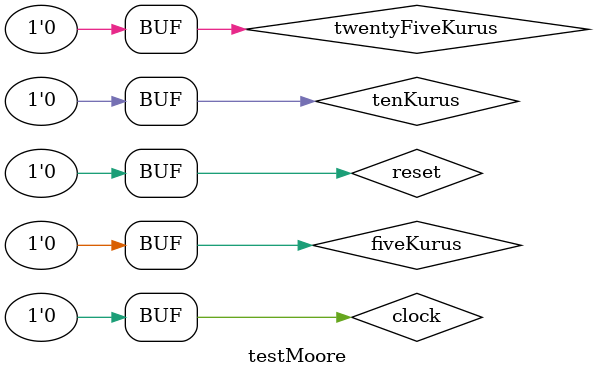
<source format=sv>
`timescale 1ns / 1ps


module testMoore();

logic clock, reset,fiveKurus,tenKurus,twentyFiveKurus,theProduct;

mooreMachine test1 (clock, reset,fiveKurus,tenKurus,twentyFiveKurus,theProduct);

always
begin
    clock = 1; #5; clock = 0; #5;
end

initial
begin
reset=0;fiveKurus=0;tenKurus=1;twentyFiveKurus=0; #10;
fiveKurus=1;tenKurus=0;twentyFiveKurus=0; #10;
fiveKurus=1;tenKurus=0;twentyFiveKurus=0; #10;
fiveKurus=0;tenKurus=1;twentyFiveKurus=0; #10;
fiveKurus=0;tenKurus=1;twentyFiveKurus=0; #10;
fiveKurus=0;tenKurus=1;twentyFiveKurus=0; #10;
fiveKurus=0;tenKurus=1;twentyFiveKurus=0; #10;
fiveKurus=0;tenKurus=1;twentyFiveKurus=0; #10;
fiveKurus=0;tenKurus=0;twentyFiveKurus=0; #10;
end
endmodule

</source>
